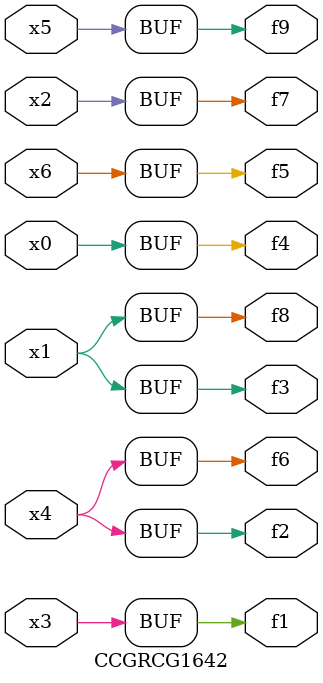
<source format=v>
module CCGRCG1642(
	input x0, x1, x2, x3, x4, x5, x6,
	output f1, f2, f3, f4, f5, f6, f7, f8, f9
);
	assign f1 = x3;
	assign f2 = x4;
	assign f3 = x1;
	assign f4 = x0;
	assign f5 = x6;
	assign f6 = x4;
	assign f7 = x2;
	assign f8 = x1;
	assign f9 = x5;
endmodule

</source>
